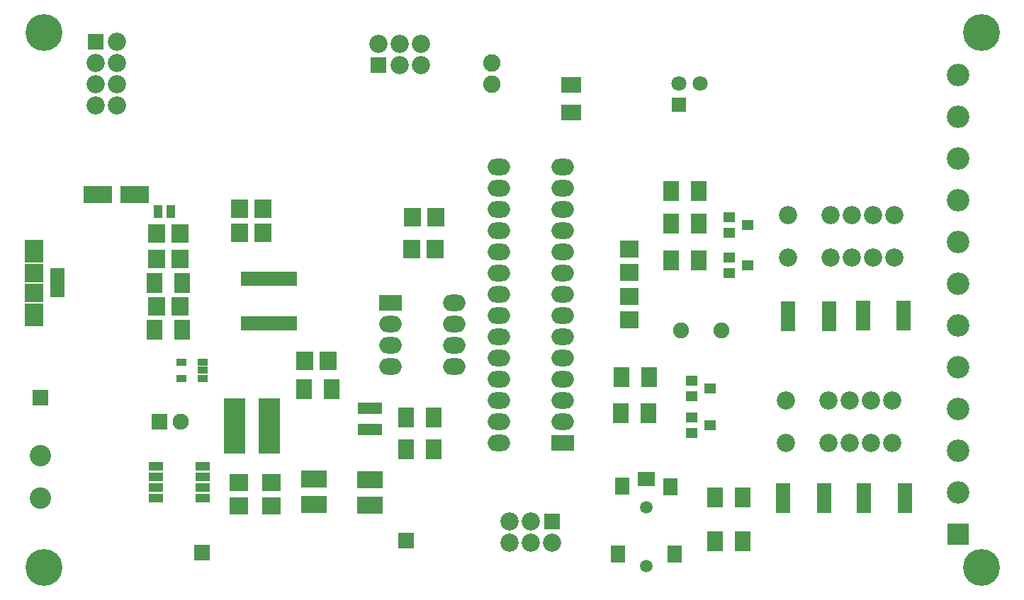
<source format=gts>
G04 (created by PCBNEW (2013-07-07 BZR 4022)-stable) date 21/11/2014 19:41:42*
%MOIN*%
G04 Gerber Fmt 3.4, Leading zero omitted, Abs format*
%FSLAX34Y34*%
G01*
G70*
G90*
G04 APERTURE LIST*
%ADD10C,0.008*%
%ADD11R,0.122299X0.0789921*%
%ADD12C,0.0750551*%
%ADD13R,0.0711181X0.031748*%
%ADD14R,0.0888346X0.0888346*%
%ADD15R,0.0888346X0.106551*%
%ADD16C,0.086*%
%ADD17R,0.032X0.066*%
%ADD18R,0.0436X0.0554*%
%ADD19R,0.046X0.036*%
%ADD20R,0.0554X0.0475*%
%ADD21R,0.066X0.041*%
%ADD22R,0.076X0.096*%
%ADD23R,0.096X0.076*%
%ADD24R,0.041X0.061*%
%ADD25R,0.076X0.076*%
%ADD26C,0.076*%
%ADD27C,0.106*%
%ADD28R,0.101X0.101*%
%ADD29C,0.082*%
%ADD30R,0.0711181X0.141984*%
%ADD31R,0.106X0.078*%
%ADD32O,0.106X0.078*%
%ADD33R,0.100646X0.264031*%
%ADD34R,0.1341X0.079*%
%ADD35R,0.087X0.079*%
%ADD36R,0.079X0.087*%
%ADD37C,0.101*%
%ADD38C,0.17348*%
%ADD39C,0.0593071*%
%ADD40R,0.0711181X0.0789921*%
%ADD41R,0.0789921X0.0711181*%
%ADD42R,0.071X0.071*%
%ADD43C,0.071*%
G04 APERTURE END LIST*
G54D10*
G54D11*
X49700Y-49790D03*
X49700Y-48609D03*
G54D12*
X68893Y-41584D03*
X66972Y-41584D03*
G54D13*
X37662Y-39350D03*
X37662Y-39605D03*
X37662Y-39861D03*
X37662Y-39094D03*
X37662Y-38838D03*
G54D14*
X36540Y-39822D03*
X36540Y-38897D03*
G54D15*
X36540Y-40846D03*
X36540Y-37873D03*
G54D16*
X72000Y-36150D03*
X74000Y-36150D03*
X75000Y-36150D03*
X76000Y-36150D03*
X77000Y-36150D03*
X77000Y-38150D03*
X76000Y-38150D03*
X75000Y-38150D03*
X74000Y-38150D03*
X72000Y-38150D03*
X71900Y-44900D03*
X73900Y-44900D03*
X74900Y-44900D03*
X75900Y-44900D03*
X76900Y-44900D03*
X76900Y-46900D03*
X75900Y-46900D03*
X74900Y-46900D03*
X73900Y-46900D03*
X71900Y-46900D03*
G54D17*
X48750Y-39170D03*
X48500Y-39170D03*
X48240Y-39170D03*
X47980Y-39170D03*
X47730Y-39170D03*
X47470Y-39170D03*
X47210Y-39170D03*
X46960Y-39170D03*
X46700Y-39170D03*
X46450Y-39170D03*
X46450Y-41270D03*
X46700Y-41270D03*
X46960Y-41270D03*
X47210Y-41270D03*
X47470Y-41270D03*
X47730Y-41270D03*
X47980Y-41270D03*
X48240Y-41270D03*
X48500Y-41270D03*
X48750Y-41270D03*
G54D18*
X52725Y-46250D03*
X52350Y-46250D03*
X51975Y-46250D03*
X51975Y-45250D03*
X52350Y-45250D03*
X52725Y-45250D03*
G54D19*
X44475Y-43850D03*
X44475Y-43100D03*
X43475Y-43850D03*
X44475Y-43475D03*
X43475Y-43100D03*
G54D20*
X70108Y-38525D03*
X69242Y-38900D03*
X69242Y-38150D03*
X70108Y-36625D03*
X69242Y-37000D03*
X69242Y-36250D03*
X68346Y-46062D03*
X67480Y-46437D03*
X67480Y-45687D03*
X68336Y-44330D03*
X67470Y-44705D03*
X67470Y-43955D03*
G54D21*
X44480Y-49510D03*
X44480Y-49010D03*
X44480Y-48510D03*
X44480Y-48010D03*
X42280Y-48010D03*
X42280Y-48510D03*
X42280Y-49010D03*
X42280Y-49510D03*
G54D22*
X64162Y-45511D03*
X65462Y-45511D03*
X54050Y-47200D03*
X55350Y-47200D03*
X54050Y-45700D03*
X55350Y-45700D03*
X67800Y-35025D03*
X66500Y-35025D03*
X43525Y-41575D03*
X42225Y-41575D03*
X66500Y-36575D03*
X67800Y-36575D03*
X66500Y-38300D03*
X67800Y-38300D03*
X43525Y-39350D03*
X42225Y-39350D03*
X64182Y-43799D03*
X65482Y-43799D03*
X49250Y-44350D03*
X50550Y-44350D03*
G54D23*
X61820Y-31320D03*
X61820Y-30020D03*
G54D24*
X42975Y-36000D03*
X42375Y-36000D03*
G54D25*
X39450Y-28000D03*
G54D16*
X40450Y-28000D03*
X39450Y-29000D03*
X40450Y-29000D03*
X39450Y-30000D03*
X40450Y-30000D03*
X39450Y-31000D03*
X40450Y-31000D03*
G54D25*
X60900Y-50600D03*
G54D16*
X60900Y-51600D03*
X59900Y-50600D03*
X59900Y-51600D03*
X58900Y-50600D03*
X58900Y-51600D03*
G54D25*
X52760Y-29110D03*
G54D16*
X52760Y-28110D03*
X53760Y-29110D03*
X53760Y-28110D03*
X54760Y-29110D03*
X54760Y-28110D03*
G54D25*
X42440Y-45900D03*
G54D26*
X43440Y-45900D03*
G54D27*
X80000Y-39390D03*
X80000Y-37422D03*
X80000Y-35453D03*
X80000Y-33485D03*
X80000Y-31516D03*
X80000Y-41359D03*
X80000Y-43327D03*
X80000Y-45296D03*
X80000Y-47264D03*
X80000Y-49233D03*
X80000Y-29548D03*
G54D28*
X80000Y-51201D03*
G54D25*
X54050Y-51500D03*
X36850Y-44750D03*
X44450Y-52050D03*
G54D29*
X58070Y-29990D03*
X58070Y-28990D03*
G54D30*
X77464Y-40900D03*
X75535Y-40900D03*
X72010Y-40925D03*
X73939Y-40925D03*
X77514Y-49500D03*
X75585Y-49500D03*
X71785Y-49500D03*
X73714Y-49500D03*
G54D31*
X53300Y-40300D03*
G54D32*
X53300Y-41300D03*
X53300Y-42300D03*
X53300Y-43300D03*
X56300Y-43300D03*
X56300Y-42300D03*
X56300Y-41300D03*
X56300Y-40300D03*
X61400Y-45900D03*
X61400Y-44900D03*
X61400Y-43900D03*
X61400Y-42900D03*
X61400Y-41900D03*
X61400Y-40900D03*
X61400Y-39900D03*
X61400Y-38900D03*
X61400Y-37900D03*
X61400Y-36900D03*
X61400Y-35900D03*
X61400Y-34900D03*
X61400Y-33900D03*
G54D31*
X61400Y-46900D03*
G54D32*
X58400Y-33900D03*
X58400Y-34900D03*
X58400Y-35900D03*
X58400Y-36900D03*
X58400Y-37900D03*
X58400Y-38900D03*
X58400Y-39900D03*
X58400Y-40900D03*
X58400Y-41900D03*
X58400Y-42900D03*
X58400Y-43900D03*
X58400Y-44900D03*
X58400Y-45900D03*
X58400Y-46900D03*
G54D33*
X45973Y-46100D03*
X47626Y-46100D03*
G54D34*
X41291Y-35200D03*
X39559Y-35200D03*
G54D35*
X64550Y-38850D03*
X64550Y-37750D03*
X64550Y-40000D03*
X64550Y-41100D03*
G54D36*
X55400Y-37750D03*
X54300Y-37750D03*
X49275Y-43025D03*
X50375Y-43025D03*
X47300Y-35850D03*
X46200Y-35850D03*
X47300Y-37000D03*
X46200Y-37000D03*
X42325Y-37025D03*
X43425Y-37025D03*
X42300Y-38225D03*
X43400Y-38225D03*
X42300Y-40475D03*
X43400Y-40475D03*
G54D35*
X47700Y-49875D03*
X47700Y-48775D03*
X46175Y-49875D03*
X46175Y-48775D03*
G54D36*
X55450Y-36275D03*
X54350Y-36275D03*
G54D37*
X36850Y-49500D03*
X36850Y-47500D03*
G54D11*
X52350Y-48634D03*
X52350Y-49815D03*
G54D38*
X37007Y-27559D03*
X81102Y-27559D03*
X81102Y-52755D03*
X37007Y-52755D03*
G54D22*
X68582Y-49478D03*
X69882Y-49478D03*
X69872Y-51525D03*
X68572Y-51525D03*
G54D39*
X65344Y-52696D03*
X65344Y-49940D03*
G54D40*
X64005Y-52145D03*
X66683Y-52145D03*
G54D41*
X65344Y-48602D03*
G54D40*
X66466Y-48956D03*
X64222Y-48937D03*
G54D42*
X66875Y-30950D03*
G54D43*
X66875Y-29950D03*
X67875Y-29950D03*
M02*

</source>
